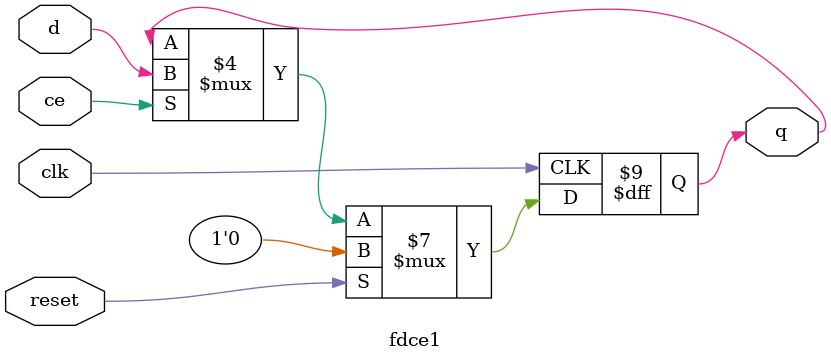
<source format=v>
`timescale 1ns / 1ps
module fdce1(q,clk,ce,reset,d);
    input d,clk,ce,reset;
    output reg q;
initial begin q=0; end
always @ (negedge (clk)) begin
if (reset)
  q <= 1'b0;
 else if (ce)
  q <= d;
 else 
 q<= q ;
end
endmodule
</source>
